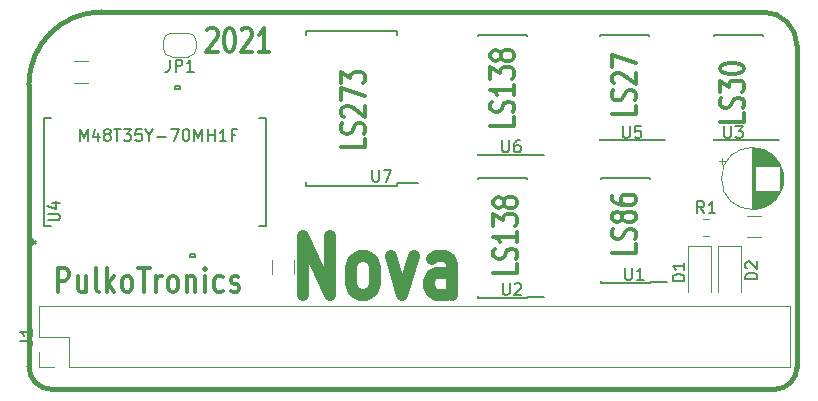
<source format=gto>
G04 #@! TF.GenerationSoftware,KiCad,Pcbnew,5.0.2+dfsg1-1*
G04 #@! TF.CreationDate,2021-03-03T18:09:01+01:00*
G04 #@! TF.ProjectId,nova,6e6f7661-2e6b-4696-9361-645f70636258,2020*
G04 #@! TF.SameCoordinates,Original*
G04 #@! TF.FileFunction,Legend,Top*
G04 #@! TF.FilePolarity,Positive*
%FSLAX46Y46*%
G04 Gerber Fmt 4.6, Leading zero omitted, Abs format (unit mm)*
G04 Created by KiCad (PCBNEW 5.0.2+dfsg1-1) date mer. 03 mars 2021 18:09:01 CET*
%MOMM*%
%LPD*%
G01*
G04 APERTURE LIST*
%ADD10C,0.381000*%
%ADD11C,0.304800*%
%ADD12C,1.000000*%
%ADD13C,0.150000*%
%ADD14C,0.152400*%
%ADD15C,0.120000*%
G04 APERTURE END LIST*
D10*
X112014000Y-68262500D02*
G75*
G02X110172500Y-70104000I-1841500J0D01*
G01*
X48895000Y-70104000D02*
G75*
G02X46990000Y-68199000I0J1905000D01*
G01*
X109156500Y-38163500D02*
G75*
G02X112014000Y-41021000I0J-2857500D01*
G01*
X46990000Y-44323000D02*
G75*
G02X53149500Y-38163500I6159500J0D01*
G01*
D11*
X75468238Y-48913142D02*
X75468238Y-49638857D01*
X73436238Y-49638857D01*
X75371476Y-48477714D02*
X75468238Y-48260000D01*
X75468238Y-47897142D01*
X75371476Y-47752000D01*
X75274714Y-47679428D01*
X75081190Y-47606857D01*
X74887666Y-47606857D01*
X74694142Y-47679428D01*
X74597380Y-47752000D01*
X74500619Y-47897142D01*
X74403857Y-48187428D01*
X74307095Y-48332571D01*
X74210333Y-48405142D01*
X74016809Y-48477714D01*
X73823285Y-48477714D01*
X73629761Y-48405142D01*
X73533000Y-48332571D01*
X73436238Y-48187428D01*
X73436238Y-47824571D01*
X73533000Y-47606857D01*
X73629761Y-47026285D02*
X73533000Y-46953714D01*
X73436238Y-46808571D01*
X73436238Y-46445714D01*
X73533000Y-46300571D01*
X73629761Y-46228000D01*
X73823285Y-46155428D01*
X74016809Y-46155428D01*
X74307095Y-46228000D01*
X75468238Y-47098857D01*
X75468238Y-46155428D01*
X73436238Y-45647428D02*
X73436238Y-44631428D01*
X75468238Y-45284571D01*
X73436238Y-44196000D02*
X73436238Y-43252571D01*
X74210333Y-43760571D01*
X74210333Y-43542857D01*
X74307095Y-43397714D01*
X74403857Y-43325142D01*
X74597380Y-43252571D01*
X75081190Y-43252571D01*
X75274714Y-43325142D01*
X75371476Y-43397714D01*
X75468238Y-43542857D01*
X75468238Y-43978285D01*
X75371476Y-44123428D01*
X75274714Y-44196000D01*
X88104738Y-47071642D02*
X88104738Y-47797357D01*
X86072738Y-47797357D01*
X88007976Y-46636214D02*
X88104738Y-46418500D01*
X88104738Y-46055642D01*
X88007976Y-45910500D01*
X87911214Y-45837928D01*
X87717690Y-45765357D01*
X87524166Y-45765357D01*
X87330642Y-45837928D01*
X87233880Y-45910500D01*
X87137119Y-46055642D01*
X87040357Y-46345928D01*
X86943595Y-46491071D01*
X86846833Y-46563642D01*
X86653309Y-46636214D01*
X86459785Y-46636214D01*
X86266261Y-46563642D01*
X86169500Y-46491071D01*
X86072738Y-46345928D01*
X86072738Y-45983071D01*
X86169500Y-45765357D01*
X88104738Y-44313928D02*
X88104738Y-45184785D01*
X88104738Y-44749357D02*
X86072738Y-44749357D01*
X86363023Y-44894500D01*
X86556547Y-45039642D01*
X86653309Y-45184785D01*
X86072738Y-43805928D02*
X86072738Y-42862500D01*
X86846833Y-43370500D01*
X86846833Y-43152785D01*
X86943595Y-43007642D01*
X87040357Y-42935071D01*
X87233880Y-42862500D01*
X87717690Y-42862500D01*
X87911214Y-42935071D01*
X88007976Y-43007642D01*
X88104738Y-43152785D01*
X88104738Y-43588214D01*
X88007976Y-43733357D01*
X87911214Y-43805928D01*
X86943595Y-41991642D02*
X86846833Y-42136785D01*
X86750071Y-42209357D01*
X86556547Y-42281928D01*
X86459785Y-42281928D01*
X86266261Y-42209357D01*
X86169500Y-42136785D01*
X86072738Y-41991642D01*
X86072738Y-41701357D01*
X86169500Y-41556214D01*
X86266261Y-41483642D01*
X86459785Y-41411071D01*
X86556547Y-41411071D01*
X86750071Y-41483642D01*
X86846833Y-41556214D01*
X86943595Y-41701357D01*
X86943595Y-41991642D01*
X87040357Y-42136785D01*
X87137119Y-42209357D01*
X87330642Y-42281928D01*
X87717690Y-42281928D01*
X87911214Y-42209357D01*
X88007976Y-42136785D01*
X88104738Y-41991642D01*
X88104738Y-41701357D01*
X88007976Y-41556214D01*
X87911214Y-41483642D01*
X87717690Y-41411071D01*
X87330642Y-41411071D01*
X87137119Y-41483642D01*
X87040357Y-41556214D01*
X86943595Y-41701357D01*
X98391738Y-46091928D02*
X98391738Y-46817642D01*
X96359738Y-46817642D01*
X98294976Y-45656500D02*
X98391738Y-45438785D01*
X98391738Y-45075928D01*
X98294976Y-44930785D01*
X98198214Y-44858214D01*
X98004690Y-44785642D01*
X97811166Y-44785642D01*
X97617642Y-44858214D01*
X97520880Y-44930785D01*
X97424119Y-45075928D01*
X97327357Y-45366214D01*
X97230595Y-45511357D01*
X97133833Y-45583928D01*
X96940309Y-45656500D01*
X96746785Y-45656500D01*
X96553261Y-45583928D01*
X96456500Y-45511357D01*
X96359738Y-45366214D01*
X96359738Y-45003357D01*
X96456500Y-44785642D01*
X96553261Y-44205071D02*
X96456500Y-44132500D01*
X96359738Y-43987357D01*
X96359738Y-43624500D01*
X96456500Y-43479357D01*
X96553261Y-43406785D01*
X96746785Y-43334214D01*
X96940309Y-43334214D01*
X97230595Y-43406785D01*
X98391738Y-44277642D01*
X98391738Y-43334214D01*
X96359738Y-42826214D02*
X96359738Y-41810214D01*
X98391738Y-42463357D01*
X107535738Y-46726928D02*
X107535738Y-47452642D01*
X105503738Y-47452642D01*
X107438976Y-46291500D02*
X107535738Y-46073785D01*
X107535738Y-45710928D01*
X107438976Y-45565785D01*
X107342214Y-45493214D01*
X107148690Y-45420642D01*
X106955166Y-45420642D01*
X106761642Y-45493214D01*
X106664880Y-45565785D01*
X106568119Y-45710928D01*
X106471357Y-46001214D01*
X106374595Y-46146357D01*
X106277833Y-46218928D01*
X106084309Y-46291500D01*
X105890785Y-46291500D01*
X105697261Y-46218928D01*
X105600500Y-46146357D01*
X105503738Y-46001214D01*
X105503738Y-45638357D01*
X105600500Y-45420642D01*
X105503738Y-44912642D02*
X105503738Y-43969214D01*
X106277833Y-44477214D01*
X106277833Y-44259500D01*
X106374595Y-44114357D01*
X106471357Y-44041785D01*
X106664880Y-43969214D01*
X107148690Y-43969214D01*
X107342214Y-44041785D01*
X107438976Y-44114357D01*
X107535738Y-44259500D01*
X107535738Y-44694928D01*
X107438976Y-44840071D01*
X107342214Y-44912642D01*
X105503738Y-43025785D02*
X105503738Y-42880642D01*
X105600500Y-42735500D01*
X105697261Y-42662928D01*
X105890785Y-42590357D01*
X106277833Y-42517785D01*
X106761642Y-42517785D01*
X107148690Y-42590357D01*
X107342214Y-42662928D01*
X107438976Y-42735500D01*
X107535738Y-42880642D01*
X107535738Y-43025785D01*
X107438976Y-43170928D01*
X107342214Y-43243500D01*
X107148690Y-43316071D01*
X106761642Y-43388642D01*
X106277833Y-43388642D01*
X105890785Y-43316071D01*
X105697261Y-43243500D01*
X105600500Y-43170928D01*
X105503738Y-43025785D01*
X88358738Y-59517642D02*
X88358738Y-60243357D01*
X86326738Y-60243357D01*
X88261976Y-59082214D02*
X88358738Y-58864500D01*
X88358738Y-58501642D01*
X88261976Y-58356500D01*
X88165214Y-58283928D01*
X87971690Y-58211357D01*
X87778166Y-58211357D01*
X87584642Y-58283928D01*
X87487880Y-58356500D01*
X87391119Y-58501642D01*
X87294357Y-58791928D01*
X87197595Y-58937071D01*
X87100833Y-59009642D01*
X86907309Y-59082214D01*
X86713785Y-59082214D01*
X86520261Y-59009642D01*
X86423500Y-58937071D01*
X86326738Y-58791928D01*
X86326738Y-58429071D01*
X86423500Y-58211357D01*
X88358738Y-56759928D02*
X88358738Y-57630785D01*
X88358738Y-57195357D02*
X86326738Y-57195357D01*
X86617023Y-57340500D01*
X86810547Y-57485642D01*
X86907309Y-57630785D01*
X86326738Y-56251928D02*
X86326738Y-55308500D01*
X87100833Y-55816500D01*
X87100833Y-55598785D01*
X87197595Y-55453642D01*
X87294357Y-55381071D01*
X87487880Y-55308500D01*
X87971690Y-55308500D01*
X88165214Y-55381071D01*
X88261976Y-55453642D01*
X88358738Y-55598785D01*
X88358738Y-56034214D01*
X88261976Y-56179357D01*
X88165214Y-56251928D01*
X87197595Y-54437642D02*
X87100833Y-54582785D01*
X87004071Y-54655357D01*
X86810547Y-54727928D01*
X86713785Y-54727928D01*
X86520261Y-54655357D01*
X86423500Y-54582785D01*
X86326738Y-54437642D01*
X86326738Y-54147357D01*
X86423500Y-54002214D01*
X86520261Y-53929642D01*
X86713785Y-53857071D01*
X86810547Y-53857071D01*
X87004071Y-53929642D01*
X87100833Y-54002214D01*
X87197595Y-54147357D01*
X87197595Y-54437642D01*
X87294357Y-54582785D01*
X87391119Y-54655357D01*
X87584642Y-54727928D01*
X87971690Y-54727928D01*
X88165214Y-54655357D01*
X88261976Y-54582785D01*
X88358738Y-54437642D01*
X88358738Y-54147357D01*
X88261976Y-54002214D01*
X88165214Y-53929642D01*
X87971690Y-53857071D01*
X87584642Y-53857071D01*
X87391119Y-53929642D01*
X87294357Y-54002214D01*
X87197595Y-54147357D01*
X98391738Y-57839428D02*
X98391738Y-58565142D01*
X96359738Y-58565142D01*
X98294976Y-57404000D02*
X98391738Y-57186285D01*
X98391738Y-56823428D01*
X98294976Y-56678285D01*
X98198214Y-56605714D01*
X98004690Y-56533142D01*
X97811166Y-56533142D01*
X97617642Y-56605714D01*
X97520880Y-56678285D01*
X97424119Y-56823428D01*
X97327357Y-57113714D01*
X97230595Y-57258857D01*
X97133833Y-57331428D01*
X96940309Y-57404000D01*
X96746785Y-57404000D01*
X96553261Y-57331428D01*
X96456500Y-57258857D01*
X96359738Y-57113714D01*
X96359738Y-56750857D01*
X96456500Y-56533142D01*
X97230595Y-55662285D02*
X97133833Y-55807428D01*
X97037071Y-55880000D01*
X96843547Y-55952571D01*
X96746785Y-55952571D01*
X96553261Y-55880000D01*
X96456500Y-55807428D01*
X96359738Y-55662285D01*
X96359738Y-55372000D01*
X96456500Y-55226857D01*
X96553261Y-55154285D01*
X96746785Y-55081714D01*
X96843547Y-55081714D01*
X97037071Y-55154285D01*
X97133833Y-55226857D01*
X97230595Y-55372000D01*
X97230595Y-55662285D01*
X97327357Y-55807428D01*
X97424119Y-55880000D01*
X97617642Y-55952571D01*
X98004690Y-55952571D01*
X98198214Y-55880000D01*
X98294976Y-55807428D01*
X98391738Y-55662285D01*
X98391738Y-55372000D01*
X98294976Y-55226857D01*
X98198214Y-55154285D01*
X98004690Y-55081714D01*
X97617642Y-55081714D01*
X97424119Y-55154285D01*
X97327357Y-55226857D01*
X97230595Y-55372000D01*
X96359738Y-53775428D02*
X96359738Y-54065714D01*
X96456500Y-54210857D01*
X96553261Y-54283428D01*
X96843547Y-54428571D01*
X97230595Y-54501142D01*
X98004690Y-54501142D01*
X98198214Y-54428571D01*
X98294976Y-54356000D01*
X98391738Y-54210857D01*
X98391738Y-53920571D01*
X98294976Y-53775428D01*
X98198214Y-53702857D01*
X98004690Y-53630285D01*
X97520880Y-53630285D01*
X97327357Y-53702857D01*
X97230595Y-53775428D01*
X97133833Y-53920571D01*
X97133833Y-54210857D01*
X97230595Y-54356000D01*
X97327357Y-54428571D01*
X97520880Y-54501142D01*
D12*
X70231785Y-62142404D02*
X70231785Y-57142404D01*
X72517500Y-62142404D01*
X72517500Y-57142404D01*
X74993690Y-62142404D02*
X74612738Y-61904309D01*
X74422261Y-61666214D01*
X74231785Y-61190023D01*
X74231785Y-59761452D01*
X74422261Y-59285261D01*
X74612738Y-59047166D01*
X74993690Y-58809071D01*
X75565119Y-58809071D01*
X75946071Y-59047166D01*
X76136547Y-59285261D01*
X76327023Y-59761452D01*
X76327023Y-61190023D01*
X76136547Y-61666214D01*
X75946071Y-61904309D01*
X75565119Y-62142404D01*
X74993690Y-62142404D01*
X77660357Y-58809071D02*
X78612738Y-62142404D01*
X79565119Y-58809071D01*
X82803214Y-62142404D02*
X82803214Y-59523357D01*
X82612738Y-59047166D01*
X82231785Y-58809071D01*
X81469880Y-58809071D01*
X81088928Y-59047166D01*
X82803214Y-61904309D02*
X82422261Y-62142404D01*
X81469880Y-62142404D01*
X81088928Y-61904309D01*
X80898452Y-61428119D01*
X80898452Y-60951928D01*
X81088928Y-60475738D01*
X81469880Y-60237642D01*
X82422261Y-60237642D01*
X82803214Y-59999547D01*
D11*
X62093928Y-39720761D02*
X62166500Y-39624000D01*
X62311642Y-39527238D01*
X62674500Y-39527238D01*
X62819642Y-39624000D01*
X62892214Y-39720761D01*
X62964785Y-39914285D01*
X62964785Y-40107809D01*
X62892214Y-40398095D01*
X62021357Y-41559238D01*
X62964785Y-41559238D01*
X63908214Y-39527238D02*
X64053357Y-39527238D01*
X64198500Y-39624000D01*
X64271071Y-39720761D01*
X64343642Y-39914285D01*
X64416214Y-40301333D01*
X64416214Y-40785142D01*
X64343642Y-41172190D01*
X64271071Y-41365714D01*
X64198500Y-41462476D01*
X64053357Y-41559238D01*
X63908214Y-41559238D01*
X63763071Y-41462476D01*
X63690500Y-41365714D01*
X63617928Y-41172190D01*
X63545357Y-40785142D01*
X63545357Y-40301333D01*
X63617928Y-39914285D01*
X63690500Y-39720761D01*
X63763071Y-39624000D01*
X63908214Y-39527238D01*
X64996785Y-39720761D02*
X65069357Y-39624000D01*
X65214500Y-39527238D01*
X65577357Y-39527238D01*
X65722500Y-39624000D01*
X65795071Y-39720761D01*
X65867642Y-39914285D01*
X65867642Y-40107809D01*
X65795071Y-40398095D01*
X64924214Y-41559238D01*
X65867642Y-41559238D01*
X67319071Y-41559238D02*
X66448214Y-41559238D01*
X66883642Y-41559238D02*
X66883642Y-39527238D01*
X66738500Y-39817523D01*
X66593357Y-40011047D01*
X66448214Y-40107809D01*
X49436499Y-61879238D02*
X49436499Y-59847238D01*
X50084119Y-59847238D01*
X50246023Y-59944000D01*
X50326976Y-60040761D01*
X50407928Y-60234285D01*
X50407928Y-60524571D01*
X50326976Y-60718095D01*
X50246023Y-60814857D01*
X50084119Y-60911619D01*
X49436499Y-60911619D01*
X51865071Y-60524571D02*
X51865071Y-61879238D01*
X51136499Y-60524571D02*
X51136499Y-61588952D01*
X51217452Y-61782476D01*
X51379357Y-61879238D01*
X51622214Y-61879238D01*
X51784119Y-61782476D01*
X51865071Y-61685714D01*
X52917452Y-61879238D02*
X52755547Y-61782476D01*
X52674595Y-61588952D01*
X52674595Y-59847238D01*
X53565071Y-61879238D02*
X53565071Y-59847238D01*
X53726976Y-61105142D02*
X54212690Y-61879238D01*
X54212690Y-60524571D02*
X53565071Y-61298666D01*
X55184119Y-61879238D02*
X55022214Y-61782476D01*
X54941261Y-61685714D01*
X54860309Y-61492190D01*
X54860309Y-60911619D01*
X54941261Y-60718095D01*
X55022214Y-60621333D01*
X55184119Y-60524571D01*
X55426976Y-60524571D01*
X55588880Y-60621333D01*
X55669833Y-60718095D01*
X55750785Y-60911619D01*
X55750785Y-61492190D01*
X55669833Y-61685714D01*
X55588880Y-61782476D01*
X55426976Y-61879238D01*
X55184119Y-61879238D01*
X56236499Y-59847238D02*
X57207928Y-59847238D01*
X56722214Y-61879238D02*
X56722214Y-59847238D01*
X57774595Y-61879238D02*
X57774595Y-60524571D01*
X57774595Y-60911619D02*
X57855547Y-60718095D01*
X57936499Y-60621333D01*
X58098404Y-60524571D01*
X58260309Y-60524571D01*
X59069833Y-61879238D02*
X58907928Y-61782476D01*
X58826976Y-61685714D01*
X58746023Y-61492190D01*
X58746023Y-60911619D01*
X58826976Y-60718095D01*
X58907928Y-60621333D01*
X59069833Y-60524571D01*
X59312690Y-60524571D01*
X59474595Y-60621333D01*
X59555547Y-60718095D01*
X59636499Y-60911619D01*
X59636499Y-61492190D01*
X59555547Y-61685714D01*
X59474595Y-61782476D01*
X59312690Y-61879238D01*
X59069833Y-61879238D01*
X60365071Y-60524571D02*
X60365071Y-61879238D01*
X60365071Y-60718095D02*
X60446023Y-60621333D01*
X60607928Y-60524571D01*
X60850785Y-60524571D01*
X61012690Y-60621333D01*
X61093642Y-60814857D01*
X61093642Y-61879238D01*
X61903166Y-61879238D02*
X61903166Y-60524571D01*
X61903166Y-59847238D02*
X61822214Y-59944000D01*
X61903166Y-60040761D01*
X61984119Y-59944000D01*
X61903166Y-59847238D01*
X61903166Y-60040761D01*
X63441261Y-61782476D02*
X63279357Y-61879238D01*
X62955547Y-61879238D01*
X62793642Y-61782476D01*
X62712690Y-61685714D01*
X62631738Y-61492190D01*
X62631738Y-60911619D01*
X62712690Y-60718095D01*
X62793642Y-60621333D01*
X62955547Y-60524571D01*
X63279357Y-60524571D01*
X63441261Y-60621333D01*
X64088880Y-61782476D02*
X64250785Y-61879238D01*
X64574595Y-61879238D01*
X64736499Y-61782476D01*
X64817452Y-61588952D01*
X64817452Y-61492190D01*
X64736499Y-61298666D01*
X64574595Y-61201904D01*
X64331738Y-61201904D01*
X64169833Y-61105142D01*
X64088880Y-60911619D01*
X64088880Y-60814857D01*
X64169833Y-60621333D01*
X64331738Y-60524571D01*
X64574595Y-60524571D01*
X64736499Y-60621333D01*
D10*
X110172500Y-70104000D02*
X48895000Y-70104000D01*
X112014000Y-41021000D02*
X112014000Y-68262500D01*
X53149500Y-38163500D02*
X109156500Y-38163500D01*
X46990000Y-68199000D02*
X46990000Y-44323000D01*
D13*
G04 #@! TO.C,U5*
X99484000Y-49027000D02*
X99484000Y-49002000D01*
X95334000Y-49027000D02*
X95334000Y-48912000D01*
X95334000Y-40127000D02*
X95334000Y-40242000D01*
X99484000Y-40127000D02*
X99484000Y-40242000D01*
X99484000Y-49027000D02*
X95334000Y-49027000D01*
X99484000Y-40127000D02*
X95334000Y-40127000D01*
X99484000Y-49002000D02*
X100859000Y-49002000D01*
D14*
G04 #@! TO.C,U4*
X67030600Y-56261000D02*
X67030600Y-47117000D01*
X67030600Y-47117000D02*
X66488187Y-47117000D01*
X48285400Y-47117000D02*
X48285400Y-56261000D01*
X48285400Y-56261000D02*
X48827813Y-56261000D01*
X66488187Y-56261000D02*
X67030600Y-56261000D01*
X48827813Y-47117000D02*
X48285400Y-47117000D01*
X60642500Y-58902600D02*
X61023500Y-58902600D01*
X61023500Y-58902600D02*
X61023500Y-58648600D01*
X61023500Y-58648600D02*
X60642500Y-58648600D01*
X60642500Y-58648600D02*
X60642500Y-58902600D01*
X59372500Y-44475400D02*
X59753500Y-44475400D01*
X59753500Y-44475400D02*
X59753500Y-44729400D01*
X59753500Y-44729400D02*
X59372500Y-44729400D01*
X59372500Y-44729400D02*
X59372500Y-44475400D01*
D13*
G04 #@! TO.C,U1*
X99611000Y-61092000D02*
X99611000Y-61067000D01*
X95461000Y-61092000D02*
X95461000Y-60977000D01*
X95461000Y-52192000D02*
X95461000Y-52307000D01*
X99611000Y-52192000D02*
X99611000Y-52307000D01*
X99611000Y-61092000D02*
X95461000Y-61092000D01*
X99611000Y-52192000D02*
X95461000Y-52192000D01*
X99611000Y-61067000D02*
X100986000Y-61067000D01*
D15*
G04 #@! TO.C,J1*
X111439000Y-68259000D02*
X111439000Y-63059000D01*
X50419000Y-68259000D02*
X111439000Y-68259000D01*
X47819000Y-63059000D02*
X111439000Y-63059000D01*
X50419000Y-68259000D02*
X50419000Y-65659000D01*
X50419000Y-65659000D02*
X47819000Y-65659000D01*
X47819000Y-65659000D02*
X47819000Y-63059000D01*
X49149000Y-68259000D02*
X47819000Y-68259000D01*
X47819000Y-68259000D02*
X47819000Y-66929000D01*
G04 #@! TO.C,JP1*
X59068500Y-41957500D02*
G75*
G02X58368500Y-41257500I0J700000D01*
G01*
X58368500Y-40657500D02*
G75*
G02X59068500Y-39957500I700000J0D01*
G01*
X60468500Y-39957500D02*
G75*
G02X61168500Y-40657500I0J-700000D01*
G01*
X61168500Y-41257500D02*
G75*
G02X60468500Y-41957500I-700000J0D01*
G01*
X61168500Y-40657500D02*
X61168500Y-41257500D01*
X59068500Y-39957500D02*
X60468500Y-39957500D01*
X58368500Y-41257500D02*
X58368500Y-40657500D01*
X60468500Y-41957500D02*
X59068500Y-41957500D01*
D13*
G04 #@! TO.C,U6*
X89197000Y-50287000D02*
X89197000Y-50262000D01*
X85047000Y-50287000D02*
X85047000Y-50182000D01*
X85047000Y-40137000D02*
X85047000Y-40242000D01*
X89197000Y-40137000D02*
X89197000Y-40242000D01*
X89197000Y-50287000D02*
X85047000Y-50287000D01*
X89197000Y-40137000D02*
X85047000Y-40137000D01*
X89197000Y-50262000D02*
X90572000Y-50262000D01*
G04 #@! TO.C,U3*
X109136000Y-49002000D02*
X110511000Y-49002000D01*
X109136000Y-40127000D02*
X104986000Y-40127000D01*
X109136000Y-49027000D02*
X104986000Y-49027000D01*
X109136000Y-40127000D02*
X109136000Y-40242000D01*
X104986000Y-40127000D02*
X104986000Y-40242000D01*
X104986000Y-49027000D02*
X104986000Y-48912000D01*
X109136000Y-49027000D02*
X109136000Y-49002000D01*
G04 #@! TO.C,U7*
X78170000Y-52930000D02*
X78170000Y-52680000D01*
X70420000Y-52930000D02*
X70420000Y-52595000D01*
X70420000Y-39780000D02*
X70420000Y-40115000D01*
X78170000Y-39780000D02*
X78170000Y-40115000D01*
X78170000Y-52930000D02*
X70420000Y-52930000D01*
X78170000Y-39780000D02*
X70420000Y-39780000D01*
X78170000Y-52680000D02*
X79970000Y-52680000D01*
D15*
G04 #@! TO.C,C2*
X107789436Y-57234500D02*
X108993564Y-57234500D01*
X107789436Y-55414500D02*
X108993564Y-55414500D01*
G04 #@! TO.C,C3*
X69426500Y-59148436D02*
X69426500Y-60352564D01*
X67606500Y-59148436D02*
X67606500Y-60352564D01*
G04 #@! TO.C,C1*
X50829936Y-42333500D02*
X52034064Y-42333500D01*
X50829936Y-44153500D02*
X52034064Y-44153500D01*
G04 #@! TO.C,C5*
X110867500Y-52260500D02*
G75*
G03X110867500Y-52260500I-2620000J0D01*
G01*
X108247500Y-49680500D02*
X108247500Y-54840500D01*
X108287500Y-49680500D02*
X108287500Y-54840500D01*
X108327500Y-49681500D02*
X108327500Y-54839500D01*
X108367500Y-49682500D02*
X108367500Y-54838500D01*
X108407500Y-49684500D02*
X108407500Y-54836500D01*
X108447500Y-49687500D02*
X108447500Y-54833500D01*
X108487500Y-49691500D02*
X108487500Y-51220500D01*
X108487500Y-53300500D02*
X108487500Y-54829500D01*
X108527500Y-49695500D02*
X108527500Y-51220500D01*
X108527500Y-53300500D02*
X108527500Y-54825500D01*
X108567500Y-49699500D02*
X108567500Y-51220500D01*
X108567500Y-53300500D02*
X108567500Y-54821500D01*
X108607500Y-49704500D02*
X108607500Y-51220500D01*
X108607500Y-53300500D02*
X108607500Y-54816500D01*
X108647500Y-49710500D02*
X108647500Y-51220500D01*
X108647500Y-53300500D02*
X108647500Y-54810500D01*
X108687500Y-49717500D02*
X108687500Y-51220500D01*
X108687500Y-53300500D02*
X108687500Y-54803500D01*
X108727500Y-49724500D02*
X108727500Y-51220500D01*
X108727500Y-53300500D02*
X108727500Y-54796500D01*
X108767500Y-49732500D02*
X108767500Y-51220500D01*
X108767500Y-53300500D02*
X108767500Y-54788500D01*
X108807500Y-49740500D02*
X108807500Y-51220500D01*
X108807500Y-53300500D02*
X108807500Y-54780500D01*
X108847500Y-49749500D02*
X108847500Y-51220500D01*
X108847500Y-53300500D02*
X108847500Y-54771500D01*
X108887500Y-49759500D02*
X108887500Y-51220500D01*
X108887500Y-53300500D02*
X108887500Y-54761500D01*
X108927500Y-49769500D02*
X108927500Y-51220500D01*
X108927500Y-53300500D02*
X108927500Y-54751500D01*
X108968500Y-49780500D02*
X108968500Y-51220500D01*
X108968500Y-53300500D02*
X108968500Y-54740500D01*
X109008500Y-49792500D02*
X109008500Y-51220500D01*
X109008500Y-53300500D02*
X109008500Y-54728500D01*
X109048500Y-49805500D02*
X109048500Y-51220500D01*
X109048500Y-53300500D02*
X109048500Y-54715500D01*
X109088500Y-49818500D02*
X109088500Y-51220500D01*
X109088500Y-53300500D02*
X109088500Y-54702500D01*
X109128500Y-49832500D02*
X109128500Y-51220500D01*
X109128500Y-53300500D02*
X109128500Y-54688500D01*
X109168500Y-49846500D02*
X109168500Y-51220500D01*
X109168500Y-53300500D02*
X109168500Y-54674500D01*
X109208500Y-49862500D02*
X109208500Y-51220500D01*
X109208500Y-53300500D02*
X109208500Y-54658500D01*
X109248500Y-49878500D02*
X109248500Y-51220500D01*
X109248500Y-53300500D02*
X109248500Y-54642500D01*
X109288500Y-49895500D02*
X109288500Y-51220500D01*
X109288500Y-53300500D02*
X109288500Y-54625500D01*
X109328500Y-49912500D02*
X109328500Y-51220500D01*
X109328500Y-53300500D02*
X109328500Y-54608500D01*
X109368500Y-49931500D02*
X109368500Y-51220500D01*
X109368500Y-53300500D02*
X109368500Y-54589500D01*
X109408500Y-49950500D02*
X109408500Y-51220500D01*
X109408500Y-53300500D02*
X109408500Y-54570500D01*
X109448500Y-49970500D02*
X109448500Y-51220500D01*
X109448500Y-53300500D02*
X109448500Y-54550500D01*
X109488500Y-49992500D02*
X109488500Y-51220500D01*
X109488500Y-53300500D02*
X109488500Y-54528500D01*
X109528500Y-50013500D02*
X109528500Y-51220500D01*
X109528500Y-53300500D02*
X109528500Y-54507500D01*
X109568500Y-50036500D02*
X109568500Y-51220500D01*
X109568500Y-53300500D02*
X109568500Y-54484500D01*
X109608500Y-50060500D02*
X109608500Y-51220500D01*
X109608500Y-53300500D02*
X109608500Y-54460500D01*
X109648500Y-50085500D02*
X109648500Y-51220500D01*
X109648500Y-53300500D02*
X109648500Y-54435500D01*
X109688500Y-50111500D02*
X109688500Y-51220500D01*
X109688500Y-53300500D02*
X109688500Y-54409500D01*
X109728500Y-50138500D02*
X109728500Y-51220500D01*
X109728500Y-53300500D02*
X109728500Y-54382500D01*
X109768500Y-50165500D02*
X109768500Y-51220500D01*
X109768500Y-53300500D02*
X109768500Y-54355500D01*
X109808500Y-50195500D02*
X109808500Y-51220500D01*
X109808500Y-53300500D02*
X109808500Y-54325500D01*
X109848500Y-50225500D02*
X109848500Y-51220500D01*
X109848500Y-53300500D02*
X109848500Y-54295500D01*
X109888500Y-50256500D02*
X109888500Y-51220500D01*
X109888500Y-53300500D02*
X109888500Y-54264500D01*
X109928500Y-50289500D02*
X109928500Y-51220500D01*
X109928500Y-53300500D02*
X109928500Y-54231500D01*
X109968500Y-50323500D02*
X109968500Y-51220500D01*
X109968500Y-53300500D02*
X109968500Y-54197500D01*
X110008500Y-50359500D02*
X110008500Y-51220500D01*
X110008500Y-53300500D02*
X110008500Y-54161500D01*
X110048500Y-50396500D02*
X110048500Y-51220500D01*
X110048500Y-53300500D02*
X110048500Y-54124500D01*
X110088500Y-50434500D02*
X110088500Y-51220500D01*
X110088500Y-53300500D02*
X110088500Y-54086500D01*
X110128500Y-50475500D02*
X110128500Y-51220500D01*
X110128500Y-53300500D02*
X110128500Y-54045500D01*
X110168500Y-50517500D02*
X110168500Y-51220500D01*
X110168500Y-53300500D02*
X110168500Y-54003500D01*
X110208500Y-50561500D02*
X110208500Y-51220500D01*
X110208500Y-53300500D02*
X110208500Y-53959500D01*
X110248500Y-50607500D02*
X110248500Y-51220500D01*
X110248500Y-53300500D02*
X110248500Y-53913500D01*
X110288500Y-50655500D02*
X110288500Y-51220500D01*
X110288500Y-53300500D02*
X110288500Y-53865500D01*
X110328500Y-50706500D02*
X110328500Y-51220500D01*
X110328500Y-53300500D02*
X110328500Y-53814500D01*
X110368500Y-50760500D02*
X110368500Y-51220500D01*
X110368500Y-53300500D02*
X110368500Y-53760500D01*
X110408500Y-50817500D02*
X110408500Y-51220500D01*
X110408500Y-53300500D02*
X110408500Y-53703500D01*
X110448500Y-50877500D02*
X110448500Y-51220500D01*
X110448500Y-53300500D02*
X110448500Y-53643500D01*
X110488500Y-50941500D02*
X110488500Y-51220500D01*
X110488500Y-53300500D02*
X110488500Y-53579500D01*
X110528500Y-51009500D02*
X110528500Y-51220500D01*
X110528500Y-53300500D02*
X110528500Y-53511500D01*
X110568500Y-51082500D02*
X110568500Y-53438500D01*
X110608500Y-51162500D02*
X110608500Y-53358500D01*
X110648500Y-51249500D02*
X110648500Y-53271500D01*
X110688500Y-51345500D02*
X110688500Y-53175500D01*
X110728500Y-51455500D02*
X110728500Y-53065500D01*
X110768500Y-51583500D02*
X110768500Y-52937500D01*
X110808500Y-51742500D02*
X110808500Y-52778500D01*
X110848500Y-51976500D02*
X110848500Y-52544500D01*
X105442725Y-50785500D02*
X105942725Y-50785500D01*
X105692725Y-50535500D02*
X105692725Y-51035500D01*
D13*
G04 #@! TO.C,U2*
X89197000Y-62352000D02*
X89197000Y-62327000D01*
X85047000Y-62352000D02*
X85047000Y-62247000D01*
X85047000Y-52202000D02*
X85047000Y-52307000D01*
X89197000Y-52202000D02*
X89197000Y-52307000D01*
X89197000Y-62352000D02*
X85047000Y-62352000D01*
X89197000Y-52202000D02*
X85047000Y-52202000D01*
X89197000Y-62327000D02*
X90572000Y-62327000D01*
D15*
G04 #@! TO.C,R1*
X104071922Y-55678000D02*
X104589078Y-55678000D01*
X104071922Y-57098000D02*
X104589078Y-57098000D01*
G04 #@! TO.C,D1*
X104759000Y-58001000D02*
X102759000Y-58001000D01*
X102759000Y-58001000D02*
X102759000Y-61851000D01*
X104759000Y-58001000D02*
X104759000Y-61851000D01*
G04 #@! TO.C,D2*
X107299000Y-58001000D02*
X107299000Y-61851000D01*
X105299000Y-58001000D02*
X105299000Y-61851000D01*
X107299000Y-58001000D02*
X105299000Y-58001000D01*
G04 #@! TD*
G04 #@! TO.C,U5*
D13*
X97282095Y-47839380D02*
X97282095Y-48648904D01*
X97329714Y-48744142D01*
X97377333Y-48791761D01*
X97472571Y-48839380D01*
X97663047Y-48839380D01*
X97758285Y-48791761D01*
X97805904Y-48744142D01*
X97853523Y-48648904D01*
X97853523Y-47839380D01*
X98805904Y-47839380D02*
X98329714Y-47839380D01*
X98282095Y-48315571D01*
X98329714Y-48267952D01*
X98424952Y-48220333D01*
X98663047Y-48220333D01*
X98758285Y-48267952D01*
X98805904Y-48315571D01*
X98853523Y-48410809D01*
X98853523Y-48648904D01*
X98805904Y-48744142D01*
X98758285Y-48791761D01*
X98663047Y-48839380D01*
X98424952Y-48839380D01*
X98329714Y-48791761D01*
X98282095Y-48744142D01*
G04 #@! TO.C,U4*
X48601380Y-55816404D02*
X49410904Y-55816404D01*
X49506142Y-55768785D01*
X49553761Y-55721166D01*
X49601380Y-55625928D01*
X49601380Y-55435452D01*
X49553761Y-55340214D01*
X49506142Y-55292595D01*
X49410904Y-55244976D01*
X48601380Y-55244976D01*
X48934714Y-54340214D02*
X49601380Y-54340214D01*
X48553761Y-54578309D02*
X49268047Y-54816404D01*
X49268047Y-54197357D01*
X51292952Y-49093380D02*
X51292952Y-48093380D01*
X51626285Y-48807666D01*
X51959619Y-48093380D01*
X51959619Y-49093380D01*
X52864380Y-48426714D02*
X52864380Y-49093380D01*
X52626285Y-48045761D02*
X52388190Y-48760047D01*
X53007238Y-48760047D01*
X53531047Y-48521952D02*
X53435809Y-48474333D01*
X53388190Y-48426714D01*
X53340571Y-48331476D01*
X53340571Y-48283857D01*
X53388190Y-48188619D01*
X53435809Y-48141000D01*
X53531047Y-48093380D01*
X53721523Y-48093380D01*
X53816761Y-48141000D01*
X53864380Y-48188619D01*
X53912000Y-48283857D01*
X53912000Y-48331476D01*
X53864380Y-48426714D01*
X53816761Y-48474333D01*
X53721523Y-48521952D01*
X53531047Y-48521952D01*
X53435809Y-48569571D01*
X53388190Y-48617190D01*
X53340571Y-48712428D01*
X53340571Y-48902904D01*
X53388190Y-48998142D01*
X53435809Y-49045761D01*
X53531047Y-49093380D01*
X53721523Y-49093380D01*
X53816761Y-49045761D01*
X53864380Y-48998142D01*
X53912000Y-48902904D01*
X53912000Y-48712428D01*
X53864380Y-48617190D01*
X53816761Y-48569571D01*
X53721523Y-48521952D01*
X54197714Y-48093380D02*
X54769142Y-48093380D01*
X54483428Y-49093380D02*
X54483428Y-48093380D01*
X55007238Y-48093380D02*
X55626285Y-48093380D01*
X55292952Y-48474333D01*
X55435809Y-48474333D01*
X55531047Y-48521952D01*
X55578666Y-48569571D01*
X55626285Y-48664809D01*
X55626285Y-48902904D01*
X55578666Y-48998142D01*
X55531047Y-49045761D01*
X55435809Y-49093380D01*
X55150095Y-49093380D01*
X55054857Y-49045761D01*
X55007238Y-48998142D01*
X56531047Y-48093380D02*
X56054857Y-48093380D01*
X56007238Y-48569571D01*
X56054857Y-48521952D01*
X56150095Y-48474333D01*
X56388190Y-48474333D01*
X56483428Y-48521952D01*
X56531047Y-48569571D01*
X56578666Y-48664809D01*
X56578666Y-48902904D01*
X56531047Y-48998142D01*
X56483428Y-49045761D01*
X56388190Y-49093380D01*
X56150095Y-49093380D01*
X56054857Y-49045761D01*
X56007238Y-48998142D01*
X57197714Y-48617190D02*
X57197714Y-49093380D01*
X56864380Y-48093380D02*
X57197714Y-48617190D01*
X57531047Y-48093380D01*
X57864380Y-48712428D02*
X58626285Y-48712428D01*
X59007238Y-48093380D02*
X59673904Y-48093380D01*
X59245333Y-49093380D01*
X60245333Y-48093380D02*
X60340571Y-48093380D01*
X60435809Y-48141000D01*
X60483428Y-48188619D01*
X60531047Y-48283857D01*
X60578666Y-48474333D01*
X60578666Y-48712428D01*
X60531047Y-48902904D01*
X60483428Y-48998142D01*
X60435809Y-49045761D01*
X60340571Y-49093380D01*
X60245333Y-49093380D01*
X60150095Y-49045761D01*
X60102476Y-48998142D01*
X60054857Y-48902904D01*
X60007238Y-48712428D01*
X60007238Y-48474333D01*
X60054857Y-48283857D01*
X60102476Y-48188619D01*
X60150095Y-48141000D01*
X60245333Y-48093380D01*
X61007238Y-49093380D02*
X61007238Y-48093380D01*
X61340571Y-48807666D01*
X61673904Y-48093380D01*
X61673904Y-49093380D01*
X62150095Y-49093380D02*
X62150095Y-48093380D01*
X62150095Y-48569571D02*
X62721523Y-48569571D01*
X62721523Y-49093380D02*
X62721523Y-48093380D01*
X63721523Y-49093380D02*
X63150095Y-49093380D01*
X63435809Y-49093380D02*
X63435809Y-48093380D01*
X63340571Y-48236238D01*
X63245333Y-48331476D01*
X63150095Y-48379095D01*
X64483428Y-48569571D02*
X64150095Y-48569571D01*
X64150095Y-49093380D02*
X64150095Y-48093380D01*
X64626285Y-48093380D01*
X47153580Y-57658000D02*
X47391676Y-57658000D01*
X47296438Y-57896095D02*
X47391676Y-57658000D01*
X47296438Y-57419904D01*
X47582152Y-57800857D02*
X47391676Y-57658000D01*
X47582152Y-57515142D01*
X47153580Y-57658000D02*
X47391676Y-57658000D01*
X47296438Y-57896095D02*
X47391676Y-57658000D01*
X47296438Y-57419904D01*
X47582152Y-57800857D02*
X47391676Y-57658000D01*
X47582152Y-57515142D01*
G04 #@! TO.C,U1*
X97472595Y-59840880D02*
X97472595Y-60650404D01*
X97520214Y-60745642D01*
X97567833Y-60793261D01*
X97663071Y-60840880D01*
X97853547Y-60840880D01*
X97948785Y-60793261D01*
X97996404Y-60745642D01*
X98044023Y-60650404D01*
X98044023Y-59840880D01*
X99044023Y-60840880D02*
X98472595Y-60840880D01*
X98758309Y-60840880D02*
X98758309Y-59840880D01*
X98663071Y-59983738D01*
X98567833Y-60078976D01*
X98472595Y-60126595D01*
G04 #@! TO.C,J1*
X46271380Y-65992333D02*
X46985666Y-65992333D01*
X47128523Y-66039952D01*
X47223761Y-66135190D01*
X47271380Y-66278047D01*
X47271380Y-66373285D01*
X47271380Y-64992333D02*
X47271380Y-65563761D01*
X47271380Y-65278047D02*
X46271380Y-65278047D01*
X46414238Y-65373285D01*
X46509476Y-65468523D01*
X46557095Y-65563761D01*
G04 #@! TO.C,JP1*
X58935166Y-42209880D02*
X58935166Y-42924166D01*
X58887547Y-43067023D01*
X58792309Y-43162261D01*
X58649452Y-43209880D01*
X58554214Y-43209880D01*
X59411357Y-43209880D02*
X59411357Y-42209880D01*
X59792309Y-42209880D01*
X59887547Y-42257500D01*
X59935166Y-42305119D01*
X59982785Y-42400357D01*
X59982785Y-42543214D01*
X59935166Y-42638452D01*
X59887547Y-42686071D01*
X59792309Y-42733690D01*
X59411357Y-42733690D01*
X60935166Y-43209880D02*
X60363738Y-43209880D01*
X60649452Y-43209880D02*
X60649452Y-42209880D01*
X60554214Y-42352738D01*
X60458976Y-42447976D01*
X60363738Y-42495595D01*
G04 #@! TO.C,U6*
X87058595Y-49045880D02*
X87058595Y-49855404D01*
X87106214Y-49950642D01*
X87153833Y-49998261D01*
X87249071Y-50045880D01*
X87439547Y-50045880D01*
X87534785Y-49998261D01*
X87582404Y-49950642D01*
X87630023Y-49855404D01*
X87630023Y-49045880D01*
X88534785Y-49045880D02*
X88344309Y-49045880D01*
X88249071Y-49093500D01*
X88201452Y-49141119D01*
X88106214Y-49283976D01*
X88058595Y-49474452D01*
X88058595Y-49855404D01*
X88106214Y-49950642D01*
X88153833Y-49998261D01*
X88249071Y-50045880D01*
X88439547Y-50045880D01*
X88534785Y-49998261D01*
X88582404Y-49950642D01*
X88630023Y-49855404D01*
X88630023Y-49617309D01*
X88582404Y-49522071D01*
X88534785Y-49474452D01*
X88439547Y-49426833D01*
X88249071Y-49426833D01*
X88153833Y-49474452D01*
X88106214Y-49522071D01*
X88058595Y-49617309D01*
G04 #@! TO.C,U3*
X105854595Y-47839380D02*
X105854595Y-48648904D01*
X105902214Y-48744142D01*
X105949833Y-48791761D01*
X106045071Y-48839380D01*
X106235547Y-48839380D01*
X106330785Y-48791761D01*
X106378404Y-48744142D01*
X106426023Y-48648904D01*
X106426023Y-47839380D01*
X106806976Y-47839380D02*
X107426023Y-47839380D01*
X107092690Y-48220333D01*
X107235547Y-48220333D01*
X107330785Y-48267952D01*
X107378404Y-48315571D01*
X107426023Y-48410809D01*
X107426023Y-48648904D01*
X107378404Y-48744142D01*
X107330785Y-48791761D01*
X107235547Y-48839380D01*
X106949833Y-48839380D01*
X106854595Y-48791761D01*
X106806976Y-48744142D01*
G04 #@! TO.C,U7*
X76073095Y-51522380D02*
X76073095Y-52331904D01*
X76120714Y-52427142D01*
X76168333Y-52474761D01*
X76263571Y-52522380D01*
X76454047Y-52522380D01*
X76549285Y-52474761D01*
X76596904Y-52427142D01*
X76644523Y-52331904D01*
X76644523Y-51522380D01*
X77025476Y-51522380D02*
X77692142Y-51522380D01*
X77263571Y-52522380D01*
G04 #@! TO.C,U2*
X87122095Y-61110880D02*
X87122095Y-61920404D01*
X87169714Y-62015642D01*
X87217333Y-62063261D01*
X87312571Y-62110880D01*
X87503047Y-62110880D01*
X87598285Y-62063261D01*
X87645904Y-62015642D01*
X87693523Y-61920404D01*
X87693523Y-61110880D01*
X88122095Y-61206119D02*
X88169714Y-61158500D01*
X88264952Y-61110880D01*
X88503047Y-61110880D01*
X88598285Y-61158500D01*
X88645904Y-61206119D01*
X88693523Y-61301357D01*
X88693523Y-61396595D01*
X88645904Y-61539452D01*
X88074476Y-62110880D01*
X88693523Y-62110880D01*
G04 #@! TO.C,R1*
X104163833Y-55190380D02*
X103830500Y-54714190D01*
X103592404Y-55190380D02*
X103592404Y-54190380D01*
X103973357Y-54190380D01*
X104068595Y-54238000D01*
X104116214Y-54285619D01*
X104163833Y-54380857D01*
X104163833Y-54523714D01*
X104116214Y-54618952D01*
X104068595Y-54666571D01*
X103973357Y-54714190D01*
X103592404Y-54714190D01*
X105116214Y-55190380D02*
X104544785Y-55190380D01*
X104830500Y-55190380D02*
X104830500Y-54190380D01*
X104735261Y-54333238D01*
X104640023Y-54428476D01*
X104544785Y-54476095D01*
G04 #@! TO.C,D1*
X102496880Y-60936095D02*
X101496880Y-60936095D01*
X101496880Y-60698000D01*
X101544500Y-60555142D01*
X101639738Y-60459904D01*
X101734976Y-60412285D01*
X101925452Y-60364666D01*
X102068309Y-60364666D01*
X102258785Y-60412285D01*
X102354023Y-60459904D01*
X102449261Y-60555142D01*
X102496880Y-60698000D01*
X102496880Y-60936095D01*
X102496880Y-59412285D02*
X102496880Y-59983714D01*
X102496880Y-59698000D02*
X101496880Y-59698000D01*
X101639738Y-59793238D01*
X101734976Y-59888476D01*
X101782595Y-59983714D01*
G04 #@! TO.C,D2*
X108656380Y-60812095D02*
X107656380Y-60812095D01*
X107656380Y-60574000D01*
X107704000Y-60431142D01*
X107799238Y-60335904D01*
X107894476Y-60288285D01*
X108084952Y-60240666D01*
X108227809Y-60240666D01*
X108418285Y-60288285D01*
X108513523Y-60335904D01*
X108608761Y-60431142D01*
X108656380Y-60574000D01*
X108656380Y-60812095D01*
X107751619Y-59859714D02*
X107704000Y-59812095D01*
X107656380Y-59716857D01*
X107656380Y-59478761D01*
X107704000Y-59383523D01*
X107751619Y-59335904D01*
X107846857Y-59288285D01*
X107942095Y-59288285D01*
X108084952Y-59335904D01*
X108656380Y-59907333D01*
X108656380Y-59288285D01*
G04 #@! TD*
M02*

</source>
